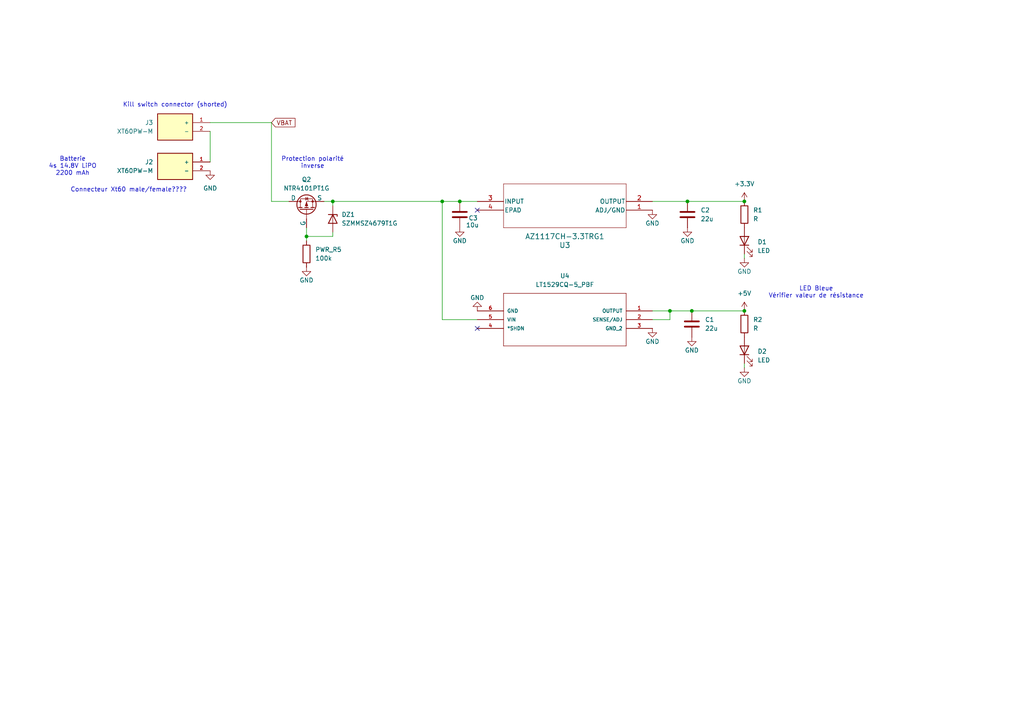
<source format=kicad_sch>
(kicad_sch (version 20250114) (generator "eeschema") (generator_version "9.0")
  (paper "A4")
  (lib_symbols
    (symbol "Device:C" (pin_numbers (hide yes)) (pin_names (offset 0.254))
      (property "Reference" "C" (at 0.635 2.54 0))
      (property "Value" "C" (at 0.635 -2.54 0))
      (symbol "C_0_1"
        (polyline (pts (xy -2.032 0.762) (xy 2.032 0.762)) (stroke (width 0.508)))
        (polyline (pts (xy -2.032 -0.762) (xy 2.032 -0.762)) (stroke (width 0.508)))
      )
      (symbol "C_1_1"
        (pin passive line (at 0 3.81 270) (length 2.794) (name "~") (number "1"))
        (pin passive line (at 0 -3.81 90) (length 2.794) (name "~") (number "2"))
      )
    )
    (symbol "Device:LED" (pin_numbers (hide yes)) (pin_names (offset 1.016) (hide yes))
      (property "Reference" "D" (at 0 2.54 0))
      (property "Value" "LED" (at 0 -2.54 0))
      (symbol "LED_0_1"
        (polyline (pts (xy -3.048 -0.762) (xy -4.572 -2.286) (xy -3.81 -2.286) (xy -4.572 -2.286) (xy -4.572 -1.524)))
        (polyline (pts (xy -1.778 -0.762) (xy -3.302 -2.286) (xy -2.54 -2.286) (xy -3.302 -2.286) (xy -3.302 -1.524)))
        (polyline (pts (xy -1.27 0) (xy 1.27 0)))
        (polyline (pts (xy -1.27 -1.27) (xy -1.27 1.27)) (stroke (width 0.254)))
        (polyline (pts (xy 1.27 -1.27) (xy 1.27 1.27) (xy -1.27 0) (xy 1.27 -1.27)) (stroke (width 0.254)))
      )
      (symbol "LED_1_1"
        (pin passive line (at -3.81 0 0) (length 2.54) (name "K") (number "1"))
        (pin passive line (at 3.81 0 180) (length 2.54) (name "A") (number "2"))
      )
    )
    (symbol "Device:R" (pin_numbers (hide yes)) (pin_names (offset 0))
      (property "Reference" "R" (at 2.032 0 90))
      (property "Value" "R" (at 0 0 90))
      (symbol "R_0_1"
        (rectangle (start -1.016 -2.54) (end 1.016 2.54) (stroke (width 0.254)))
      )
      (symbol "R_1_1"
        (pin passive line (at 0 3.81 270) (length 1.27) (name "~") (number "1"))
        (pin passive line (at 0 -3.81 90) (length 1.27) (name "~") (number "2"))
      )
    )
    (symbol "Diode:BZV55C18" (pin_numbers (hide yes)) (pin_names (hide yes))
      (property "Reference" "D" (at 0 2.54 0))
      (property "Value" "BZV55C18" (at 0 -2.54 0))
      (symbol "BZV55C18_0_1"
        (polyline (pts (xy -1.27 -1.27) (xy -1.27 1.27) (xy -0.762 1.27)) (stroke (width 0.254)))
        (polyline (pts (xy 1.27 0) (xy -1.27 0)))
        (polyline (pts (xy 1.27 -1.27) (xy 1.27 1.27) (xy -1.27 0) (xy 1.27 -1.27)) (stroke (width 0.254)))
      )
      (symbol "BZV55C18_1_1"
        (pin passive line (at -3.81 0 0) (length 2.54) (name "K") (number "1"))
        (pin passive line (at 3.81 0 180) (length 2.54) (name "A") (number "2"))
      )
    )
    (symbol "GAUL_ABRARACOURCIX:AZ1117CH-3.3TRG1" (pin_names (offset 0.254))
      (property "Reference" "U" (at 25.4 10.16 0))
      (property "Value" "AZ1117CH-3.3TRG1" (at 25.4 7.62 0))
      (symbol "AZ1117CH-3.3TRG1_0_1"
        (polyline (pts (xy 7.62 5.08) (xy 7.62 -7.62)) (stroke (width 0.127)))
        (polyline (pts (xy 7.62 -7.62) (xy 43.18 -7.62)) (stroke (width 0.127)))
        (polyline (pts (xy 43.18 5.08) (xy 7.62 5.08)) (stroke (width 0.127)))
        (polyline (pts (xy 43.18 -7.62) (xy 43.18 5.08)) (stroke (width 0.127)))
        (pin bidirectional line (at 0 0 0) (length 7.62) (name "ADJ/GND") (number "1"))
        (pin output line (at 0 -2.54 0) (length 7.62) (name "OUTPUT") (number "2"))
        (pin unspecified line (at 50.8 0 180) (length 7.62) (name "EPAD") (number "4"))
        (pin input line (at 50.8 -2.54 180) (length 7.62) (name "INPUT") (number "3"))
      )
    )
    (symbol "GAUL_ABRARACOURCIX:LT1529CQ-5_PBF" (pin_names (offset 1.016))
      (property "Reference" "U" (at 20.7148 9.1359 0))
      (property "Value" "LT1529CQ-5_PBF" (at 20.0515 6.5822 0))
      (symbol "LT1529CQ-5_PBF_0_0"
        (polyline (pts (xy 7.62 5.08) (xy 7.62 -10.16)) (stroke (width 0.1524)))
        (polyline (pts (xy 7.62 -10.16) (xy 43.18 -10.16)) (stroke (width 0.1524)))
        (polyline (pts (xy 43.18 5.08) (xy 7.62 5.08)) (stroke (width 0.1524)))
        (polyline (pts (xy 43.18 -10.16) (xy 43.18 5.08)) (stroke (width 0.1524)))
        (pin output line (at 0 0 0) (length 7.62) (name "OUTPUT") (number "1"))
        (pin passive line (at 0 -2.54 0) (length 7.62) (name "SENSE/ADJ") (number "2"))
        (pin power_in line (at 0 -5.08 0) (length 7.62) (name "GND_2") (number "3"))
        (pin power_in line (at 50.8 0 180) (length 7.62) (name "GND") (number "6"))
        (pin input line (at 50.8 -2.54 180) (length 7.62) (name "VIN") (number "5"))
        (pin passive line (at 50.8 -5.08 180) (length 7.62) (name "*SHDN") (number "4"))
      )
    )
    (symbol "GAUL_ABRARACOURCIX:XT60PW-M" (pin_names (offset 1.016))
      (property "Reference" "J" (at -5.08 5.7234 0))
      (property "Value" "XT60PW-M" (at -5.08 -5.0923 0))
      (symbol "XT60PW-M_0_0"
        (rectangle (start -5.08 -2.54) (end 5.08 5.08) (stroke (width 0.254)) (fill (type background)))
        (pin passive line (at -10.16 2.54 0) (length 5.08) (name "+") (number "1"))
        (pin passive line (at -10.16 0 0) (length 5.08) (name "-") (number "2"))
      )
    )
    (symbol "Simulation_SPICE:PMOS" (pin_numbers (hide yes)) (pin_names (offset 0))
      (property "Reference" "Q" (at 5.08 1.27 0))
      (property "Value" "PMOS" (at 5.08 -1.27 0))
      (symbol "PMOS_0_1"
        (polyline (pts (xy 0.254 1.905) (xy 0.254 -1.905)) (stroke (width 0.254)))
        (polyline (pts (xy 0.254 0) (xy -2.54 0)))
        (polyline (pts (xy 0.762 2.286) (xy 0.762 1.27)) (stroke (width 0.254)))
        (polyline (pts (xy 0.762 1.778) (xy 3.302 1.778) (xy 3.302 -1.778) (xy 0.762 -1.778)))
        (polyline (pts (xy 0.762 0.508) (xy 0.762 -0.508)) (stroke (width 0.254)))
        (polyline (pts (xy 0.762 -1.27) (xy 0.762 -2.286)) (stroke (width 0.254)))
        (circle (center 1.651 0) (radius 2.794) (stroke (width 0.254)))
        (polyline (pts (xy 2.286 0) (xy 1.27 0.381) (xy 1.27 -0.381) (xy 2.286 0)) (fill (type outline)))
        (polyline (pts (xy 2.54 2.54) (xy 2.54 1.778)))
        (circle (center 2.54 1.778) (radius 0.254) (fill (type outline)))
        (circle (center 2.54 -1.778) (radius 0.254) (fill (type outline)))
        (polyline (pts (xy 2.54 -2.54) (xy 2.54 0) (xy 0.762 0)))
        (polyline (pts (xy 2.794 -0.508) (xy 2.921 -0.381) (xy 3.683 -0.381) (xy 3.81 -0.254)))
        (polyline (pts (xy 3.302 -0.381) (xy 2.921 0.254) (xy 3.683 0.254) (xy 3.302 -0.381)))
      )
      (symbol "PMOS_1_1"
        (pin input line (at -5.08 0 0) (length 2.54) (name "G") (number "2"))
        (pin passive line (at 2.54 5.08 270) (length 2.54) (name "D") (number "1"))
        (pin passive line (at 2.54 -5.08 90) (length 2.54) (name "S") (number "3"))
      )
    )
    (symbol "power:+3.3V" (power) (pin_numbers (hide yes)) (pin_names (offset 0) (hide yes))
      (property "Value" "+3.3V" (at 0 3.556 0))
      (symbol "+3.3V_0_1"
        (polyline (pts (xy -0.762 1.27) (xy 0 2.54)))
        (polyline (pts (xy 0 2.54) (xy 0.762 1.27)))
        (polyline (pts (xy 0 0) (xy 0 2.54)))
      )
      (symbol "+3.3V_1_1"
        (pin power_in line (at 0 0 90) (length 0) (name "~") (number "1"))
      )
    )
    (symbol "power:+5V" (power) (pin_numbers (hide yes)) (pin_names (offset 0) (hide yes))
      (property "Value" "+5V" (at 0 3.556 0))
      (symbol "+5V_0_1"
        (polyline (pts (xy -0.762 1.27) (xy 0 2.54)))
        (polyline (pts (xy 0 2.54) (xy 0.762 1.27)))
        (polyline (pts (xy 0 0) (xy 0 2.54)))
      )
      (symbol "+5V_1_1"
        (pin power_in line (at 0 0 90) (length 0) (name "~") (number "1"))
      )
    )
    (symbol "power:GND" (power) (pin_numbers (hide yes)) (pin_names (offset 0) (hide yes))
      (property "Value" "GND" (at 0 -3.81 0))
      (symbol "GND_0_1"
        (polyline (pts (xy 0 0) (xy 0 -1.27) (xy 1.27 -1.27) (xy 0 -2.54) (xy -1.27 -1.27) (xy 0 -1.27)))
      )
      (symbol "GND_1_1"
        (pin power_in line (at 0 0 270) (length 0) (name "~") (number "1"))
      )
    )
  )
  (text "Kill switch connector (shorted)" (at 50.8 30.48 0) (effects (font (size 1.27 1.27))))
  (text "Batterie\n4s 14.8V LiPO\n2200 mAh" (at 21.082 48.26 0) (effects (font (size 1.27 1.27))))
  (text "Connecteur Xt60 male/female????" (at 37.338 55.118 0) (effects (font (size 1.27 1.27))))
  (text "LED Bleue\nVérifier valeur de résistance" (at 236.728 84.836 0) (effects (font (size 1.27 1.27))))
  (text "Protection polarité\ninverse\n" (at 90.678 47.244 0) (effects (font (size 1.27 1.27))))
  (junction (at 200.66 90.17))
  (junction (at 96.52 58.42))
  (junction (at 194.31 90.17))
  (junction (at 215.9 58.42))
  (junction (at 128.27 58.42))
  (junction (at 88.9 68.58))
  (junction (at 215.9 90.17))
  (junction (at 133.35 58.42))
  (junction (at 199.39 58.42))
  (no_connect (at 138.43 60.96))
  (no_connect (at 138.43 95.25))
  (wire (pts (xy 194.31 92.71) (xy 194.31 90.17)))
  (wire (pts (xy 215.9 74.93) (xy 215.9 73.66)))
  (wire (pts (xy 194.31 90.17) (xy 189.23 90.17)))
  (wire (pts (xy 189.23 58.42) (xy 199.39 58.42)))
  (wire (pts (xy 78.74 35.56) (xy 78.74 58.42)))
  (wire (pts (xy 194.31 90.17) (xy 200.66 90.17)))
  (wire (pts (xy 78.74 58.42) (xy 83.82 58.42)))
  (wire (pts (xy 215.9 90.17) (xy 200.66 90.17)))
  (wire (pts (xy 215.9 58.42) (xy 199.39 58.42)))
  (wire (pts (xy 96.52 58.42) (xy 96.52 59.69)))
  (wire (pts (xy 133.35 58.42) (xy 128.27 58.42)))
  (wire (pts (xy 60.96 35.56) (xy 78.74 35.56)))
  (wire (pts (xy 128.27 92.71) (xy 128.27 58.42)))
  (wire (pts (xy 189.23 92.71) (xy 194.31 92.71)))
  (wire (pts (xy 88.9 68.58) (xy 88.9 69.85)))
  (wire (pts (xy 60.96 46.99) (xy 60.96 38.1)))
  (wire (pts (xy 128.27 92.71) (xy 138.43 92.71)))
  (wire (pts (xy 96.52 58.42) (xy 128.27 58.42)))
  (wire (pts (xy 88.9 68.58) (xy 96.52 68.58)))
  (wire (pts (xy 138.43 58.42) (xy 133.35 58.42)))
  (wire (pts (xy 215.9 106.68) (xy 215.9 105.41)))
  (wire (pts (xy 88.9 66.04) (xy 88.9 68.58)))
  (wire (pts (xy 96.52 67.31) (xy 96.52 68.58)))
  (wire (pts (xy 93.98 58.42) (xy 96.52 58.42)))
  (global_label "VBAT" (shape input) (at 78.74 35.56 0) (property "Intersheetrefs" "${INTERSHEET_REFS}" (effects (hide yes))))
  (symbol (lib_id "power:GND") (at 133.35 66.04 0) (unit 1)
    (property "Reference" "#PWR07" (effects (hide yes)))
    (property "Value" "GND" (at 133.35 69.85 0))
  )
  (symbol (lib_id "Device:C") (at 199.39 62.23 0) (unit 1)
    (property "Reference" "C2" (at 203.2 60.9599 0) (effects (justify left)))
    (property "Value" "22u" (at 203.2 63.4999 0) (effects (justify left)))
    (property "Description" "Unpolarized capacitor" (effects (hide yes)))
  )
  (symbol (lib_id "GAUL_ABRARACOURCIX:XT60PW-M") (at 50.8 38.1 0) (mirror y) (unit 1)
    (property "Reference" "J3" (at 44.45 35.5599 0) (effects (justify left)))
    (property "Value" "XT60PW-M" (at 44.45 38.0999 0) (effects (justify left)))
    (property "Footprint" "XT60PW-M:AMASS_XT60PW-M" (effects (hide yes)))
    (property "MF" "AMASS" (effects (hide yes)))
    (property "MAXIMUM_PACKAGE_HEIGHT" "8.4 mm" (effects (hide yes)))
    (property "Package" "Package" (effects (hide yes)))
    (property "Price" "None" (effects (hide yes)))
    (property "Check_prices" "https://www.snapeda.com/parts/XT60PW-M/AMASS/view-part/?ref=eda" (effects (hide yes)))
    (property "STANDARD" "Manufacturer recommendations" (effects (hide yes)))
    (property "PARTREV" "V1.2" (effects (hide yes)))
    (property "SnapEDA_Link" "https://www.snapeda.com/parts/XT60PW-M/AMASS/view-part/?ref=snap" (effects (hide yes)))
    (property "MP" "XT60PW-M" (effects (hide yes)))
    (property "Description_1" "Socket, DC supply, male, PIN: 2" (effects (hide yes)))
    (property "Availability" "Not in stock" (effects (hide yes)))
    (property "MANUFACTURER" "AMASS" (effects (hide yes)))
  )
  (symbol (lib_id "Device:LED") (at 215.9 101.6 90) (unit 1)
    (property "Reference" "D2" (at 219.71 101.9174 90) (effects (justify right)))
    (property "Value" "LED" (at 219.71 104.4574 90) (effects (justify right)))
    (property "Description" "Light emitting diode" (effects (hide yes)))
    (property "Sim.Pins" "1=K 2=A" (effects (hide yes)))
  )
  (symbol (lib_id "power:GND") (at 215.9 106.68 0) (unit 1)
    (property "Reference" "#PWR013" (effects (hide yes)))
    (property "Value" "GND" (at 215.9 110.49 0))
  )
  (symbol (lib_id "Diode:BZV55C18") (at 96.52 63.5 270) (unit 1)
    (property "Reference" "DZ1" (at 99.06 62.2299 90) (effects (justify left)))
    (property "Value" "SZMMSZ4679T1G" (at 99.06 64.7699 90) (effects (justify left)))
    (property "Footprint" "Diode_SMD:D_SOD-123" (effects (hide yes)))
    (property "Datasheet" "https://www.digikey.ca/en/products/detail/onsemi/SZMMSZ4679T1G/5404986?s=N4IgTCBcDaIMoC0CyTEBYBsB2AnAFQEYBxAeTgGE8BaAOQBEQBdAXyA" (effects (hide yes)))
    (property "Description" "18V, 500mW, 5%, Zener diode, MiniMELF" (effects (hide yes)))
    (property "Digikey" "SZMMSZ4679T1GOSCT-ND" (effects (hide yes)))
  )
  (symbol (lib_id "power:GND") (at 189.23 95.25 0) (unit 1)
    (property "Reference" "#PWR04" (effects (hide yes)))
    (property "Value" "GND" (at 189.23 99.06 0))
  )
  (symbol (lib_id "power:GND") (at 88.9 77.47 0) (unit 1)
    (property "Reference" "#PWR077" (effects (hide yes)))
    (property "Value" "GND" (at 88.9 81.28 0))
  )
  (symbol (lib_id "power:+5V") (at 215.9 90.17 0) (unit 1)
    (property "Reference" "#PWR010" (effects (hide yes)))
    (property "Value" "+5V" (at 215.9 85.09 0))
    (property "Description" "Power symbol creates a global label with name \"+5V\"" (effects (hide yes)))
  )
  (symbol (lib_id "power:GND") (at 200.66 97.79 0) (unit 1)
    (property "Reference" "#PWR05" (effects (hide yes)))
    (property "Value" "GND" (at 200.66 101.6 0))
  )
  (symbol (lib_id "power:GND") (at 199.39 66.04 0) (unit 1)
    (property "Reference" "#PWR06" (effects (hide yes)))
    (property "Value" "GND" (at 199.39 69.85 0))
  )
  (symbol (lib_id "Device:C") (at 200.66 93.98 0) (unit 1)
    (property "Reference" "C1" (at 204.47 92.7099 0) (effects (justify left)))
    (property "Value" "22u" (at 204.47 95.2499 0) (effects (justify left)))
    (property "Description" "Unpolarized capacitor" (effects (hide yes)))
  )
  (symbol (lib_id "GAUL_ABRARACOURCIX:LT1529CQ-5_PBF") (at 189.23 90.17 0) (mirror y) (unit 1)
    (property "Reference" "U4" (at 163.83 80.01 0))
    (property "Value" "LT1529CQ-5_PBF" (at 163.83 82.55 0))
    (property "Footprint" "LT1529CQ-5_PBF:DDPAK-5_Q" (effects (hide yes)))
    (property "DIGIKEY_PART_NUMBER" "LT1529CQ5ND" (effects (hide yes)))
    (property "VENDOR" "Linear Technology" (effects (hide yes)))
    (property "COPYRIGHT" "Copyright C 2016 Accelerated Designs. All rights reserved" (effects (hide yes)))
    (property "MANUFACTURER_PART_NUMBER" "LT1529CQ5" (effects (hide yes)))
  )
  (symbol (lib_id "Simulation_SPICE:PMOS") (at 88.9 60.96 90) (unit 1)
    (property "Reference" "Q2" (at 88.9 52.07 90))
    (property "Value" "NTR4101PT1G" (at 88.9 54.61 90))
    (property "Footprint" "Footprints:SOT-23" (effects (hide yes)))
    (property "Datasheet" "https://www.digikey.ca/en/products/detail/onsemi/NTR4101PT1G/687096?s=N4IgTCBcDaIHIBUBKAWAjABjQBQWg4gPIDKAwggLRwAiIAugL5A" (effects (hide yes)))
    (property "Description" "P-MOSFET transistor, drain/source/gate" (effects (hide yes)))
    (property "Sim.Device" "PMOS" (effects (hide yes)))
    (property "Sim.Type" "VDMOS" (effects (hide yes)))
    (property "Sim.Pins" "1=D 2=G 3=S" (effects (hide yes)))
    (property "Digikey" "NTR4101PT1GOSCT-ND" (effects (hide yes)))
  )
  (symbol (lib_id "power:GND") (at 189.23 60.96 0) (unit 1)
    (property "Reference" "#PWR08" (effects (hide yes)))
    (property "Value" "GND" (at 189.23 64.77 0))
  )
  (symbol (lib_id "Device:R") (at 215.9 93.98 0) (unit 1)
    (property "Reference" "R2" (at 218.44 92.7099 0) (effects (justify left)))
    (property "Value" "R" (at 218.44 95.2499 0) (effects (justify left)))
    (property "Description" "Resistor" (effects (hide yes)))
  )
  (symbol (lib_id "Device:R") (at 88.9 73.66 0) (unit 1)
    (property "Reference" "PWR_R5" (at 91.44 72.39 0) (effects (justify left)))
    (property "Value" "100k" (at 91.44 74.93 0) (effects (justify left)))
    (property "Footprint" "Resistor_SMD:R_1206_3216Metric" (effects (hide yes)))
    (property "Datasheet" "https://www.digikey.ca/en/products/detail/vishay-dale/CRCW1206100KFKEAHP/2222454" (effects (hide yes)))
    (property "Digikey" "  541-100KUTR-ND" (effects (hide yes)))
  )
  (symbol (lib_id "GAUL_ABRARACOURCIX:AZ1117CH-3.3TRG1") (at 189.23 60.96 180) (unit 1)
    (property "Reference" "U3" (at 163.83 71.12 0) (effects (font (size 1.524 1.524))))
    (property "Value" "AZ1117CH-3.3TRG1" (at 163.83 68.58 0) (effects (font (size 1.524 1.524))))
    (property "Footprint" "SOT-223_DIO" (effects (hide yes)))
    (property "Datasheet" "AZ1117CH-3.3TRG1" (effects (hide yes)))
  )
  (symbol (lib_id "Device:LED") (at 215.9 69.85 90) (unit 1)
    (property "Reference" "D1" (at 219.71 70.1674 90) (effects (justify right)))
    (property "Value" "LED" (at 219.71 72.7074 90) (effects (justify right)))
    (property "Description" "Light emitting diode" (effects (hide yes)))
    (property "Sim.Pins" "1=K 2=A" (effects (hide yes)))
  )
  (symbol (lib_id "power:GND") (at 215.9 74.93 0) (unit 1)
    (property "Reference" "#PWR012" (effects (hide yes)))
    (property "Value" "GND" (at 215.9 78.74 0))
  )
  (symbol (lib_id "power:+3.3V") (at 215.9 58.42 0) (unit 1)
    (property "Reference" "#PWR09" (effects (hide yes)))
    (property "Value" "+3.3V" (at 215.9 53.34 0))
    (property "Description" "Power symbol creates a global label with name \"+3.3V\"" (effects (hide yes)))
  )
  (symbol (lib_id "GAUL_ABRARACOURCIX:XT60PW-M") (at 50.8 49.53 0) (mirror y) (unit 1)
    (property "Reference" "J2" (at 44.45 46.9899 0) (effects (justify left)))
    (property "Value" "XT60PW-M" (at 44.45 49.5299 0) (effects (justify left)))
    (property "Footprint" "XT60PW-M:AMASS_XT60PW-M" (effects (hide yes)))
    (property "MF" "AMASS" (effects (hide yes)))
    (property "MAXIMUM_PACKAGE_HEIGHT" "8.4 mm" (effects (hide yes)))
    (property "Package" "Package" (effects (hide yes)))
    (property "Price" "None" (effects (hide yes)))
    (property "Check_prices" "https://www.snapeda.com/parts/XT60PW-M/AMASS/view-part/?ref=eda" (effects (hide yes)))
    (property "STANDARD" "Manufacturer recommendations" (effects (hide yes)))
    (property "PARTREV" "V1.2" (effects (hide yes)))
    (property "SnapEDA_Link" "https://www.snapeda.com/parts/XT60PW-M/AMASS/view-part/?ref=snap" (effects (hide yes)))
    (property "MP" "XT60PW-M" (effects (hide yes)))
    (property "Description_1" "Socket, DC supply, male, PIN: 2" (effects (hide yes)))
    (property "Availability" "Not in stock" (effects (hide yes)))
    (property "MANUFACTURER" "AMASS" (effects (hide yes)))
  )
  (symbol (lib_id "Device:C") (at 133.35 62.23 0) (unit 1)
    (property "Reference" "C3" (at 135.89 63.246 0) (effects (justify left)))
    (property "Value" "10u" (at 135.128 65.278 0) (effects (justify left)))
    (property "Description" "Unpolarized capacitor" (effects (hide yes)))
  )
  (symbol (lib_id "power:GND") (at 138.43 90.17 180) (unit 1)
    (property "Reference" "#PWR03" (effects (hide yes)))
    (property "Value" "GND" (at 138.43 86.36 0))
  )
  (symbol (lib_id "power:GND") (at 60.96 49.53 0) (unit 1)
    (property "Reference" "#PWR01" (effects (hide yes)))
    (property "Value" "GND" (at 60.96 54.61 0))
    (property "Description" "Power symbol creates a global label with name \"GND\" , ground" (effects (hide yes)))
  )
  (symbol (lib_id "Device:R") (at 215.9 62.23 0) (unit 1)
    (property "Reference" "R1" (at 218.44 60.9599 0) (effects (justify left)))
    (property "Value" "R" (at 218.44 63.4999 0) (effects (justify left)))
    (property "Description" "Resistor" (effects (hide yes)))
  )
)
</source>
